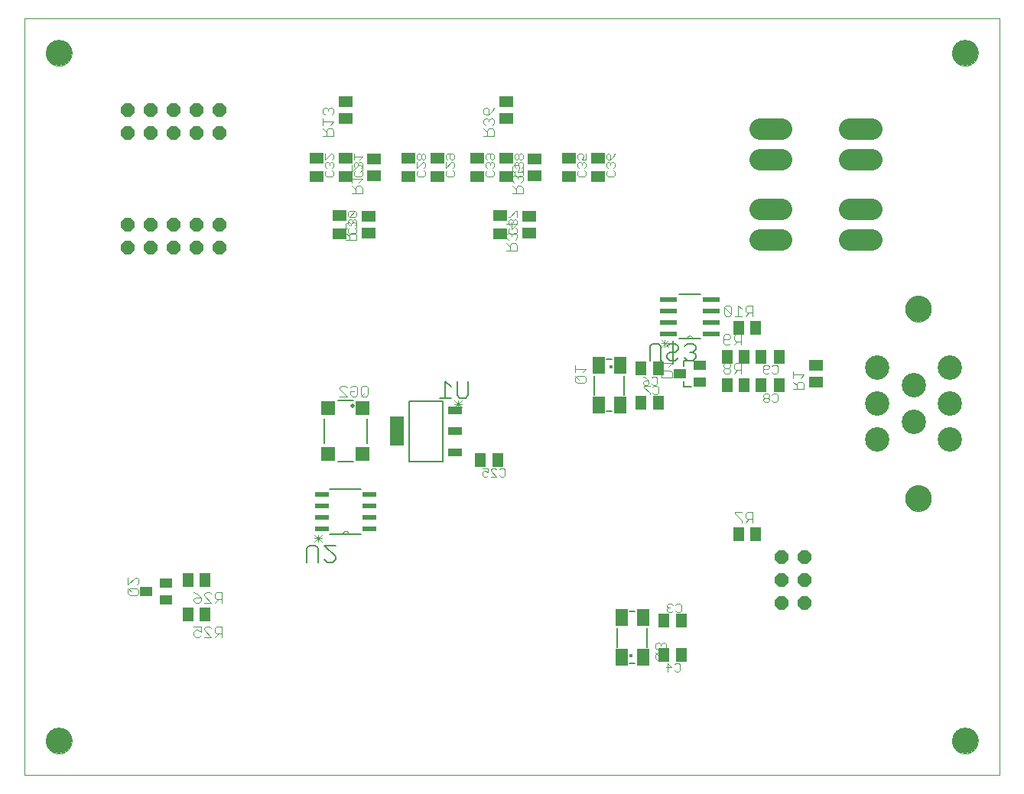
<source format=gbo>
G75*
%MOIN*%
%OFA0B0*%
%FSLAX25Y25*%
%IPPOS*%
%LPD*%
%AMOC8*
5,1,8,0,0,1.08239X$1,22.5*
%
%ADD10C,0.00000*%
%ADD11C,0.11200*%
%ADD12R,0.05118X0.06299*%
%ADD13C,0.00300*%
%ADD14C,0.00600*%
%ADD15R,0.05512X0.03937*%
%ADD16C,0.00400*%
%ADD17OC8,0.06000*%
%ADD18C,0.00800*%
%ADD19C,0.01433*%
%ADD20R,0.05512X0.07480*%
%ADD21R,0.05118X0.05906*%
%ADD22R,0.07800X0.02200*%
%ADD23C,0.11220*%
%ADD24C,0.10630*%
%ADD25C,0.02000*%
%ADD26R,0.05906X0.06299*%
%ADD27R,0.06300X0.02200*%
%ADD28R,0.06400X0.03500*%
%ADD29R,0.06400X0.12500*%
%ADD30C,0.09449*%
%ADD31R,0.06299X0.05118*%
%ADD32R,0.05906X0.05118*%
D10*
X0025762Y0001800D02*
X0025762Y0331800D01*
X0450762Y0331800D01*
X0450762Y0001800D01*
X0025762Y0001800D01*
X0035162Y0016800D02*
X0035164Y0016949D01*
X0035170Y0017098D01*
X0035180Y0017247D01*
X0035194Y0017395D01*
X0035212Y0017543D01*
X0035233Y0017691D01*
X0035259Y0017838D01*
X0035289Y0017984D01*
X0035322Y0018129D01*
X0035359Y0018273D01*
X0035400Y0018417D01*
X0035445Y0018559D01*
X0035494Y0018700D01*
X0035547Y0018839D01*
X0035603Y0018977D01*
X0035662Y0019114D01*
X0035726Y0019249D01*
X0035793Y0019382D01*
X0035863Y0019513D01*
X0035937Y0019643D01*
X0036015Y0019770D01*
X0036095Y0019896D01*
X0036180Y0020019D01*
X0036267Y0020140D01*
X0036357Y0020258D01*
X0036451Y0020374D01*
X0036548Y0020488D01*
X0036647Y0020599D01*
X0036750Y0020707D01*
X0036855Y0020812D01*
X0036963Y0020915D01*
X0037074Y0021014D01*
X0037188Y0021111D01*
X0037304Y0021205D01*
X0037422Y0021295D01*
X0037543Y0021382D01*
X0037666Y0021467D01*
X0037792Y0021547D01*
X0037919Y0021625D01*
X0038049Y0021699D01*
X0038180Y0021769D01*
X0038313Y0021836D01*
X0038448Y0021900D01*
X0038585Y0021959D01*
X0038723Y0022015D01*
X0038862Y0022068D01*
X0039003Y0022117D01*
X0039145Y0022162D01*
X0039289Y0022203D01*
X0039433Y0022240D01*
X0039578Y0022273D01*
X0039724Y0022303D01*
X0039871Y0022329D01*
X0040019Y0022350D01*
X0040167Y0022368D01*
X0040315Y0022382D01*
X0040464Y0022392D01*
X0040613Y0022398D01*
X0040762Y0022400D01*
X0040911Y0022398D01*
X0041060Y0022392D01*
X0041209Y0022382D01*
X0041357Y0022368D01*
X0041505Y0022350D01*
X0041653Y0022329D01*
X0041800Y0022303D01*
X0041946Y0022273D01*
X0042091Y0022240D01*
X0042235Y0022203D01*
X0042379Y0022162D01*
X0042521Y0022117D01*
X0042662Y0022068D01*
X0042801Y0022015D01*
X0042939Y0021959D01*
X0043076Y0021900D01*
X0043211Y0021836D01*
X0043344Y0021769D01*
X0043475Y0021699D01*
X0043605Y0021625D01*
X0043732Y0021547D01*
X0043858Y0021467D01*
X0043981Y0021382D01*
X0044102Y0021295D01*
X0044220Y0021205D01*
X0044336Y0021111D01*
X0044450Y0021014D01*
X0044561Y0020915D01*
X0044669Y0020812D01*
X0044774Y0020707D01*
X0044877Y0020599D01*
X0044976Y0020488D01*
X0045073Y0020374D01*
X0045167Y0020258D01*
X0045257Y0020140D01*
X0045344Y0020019D01*
X0045429Y0019896D01*
X0045509Y0019770D01*
X0045587Y0019643D01*
X0045661Y0019513D01*
X0045731Y0019382D01*
X0045798Y0019249D01*
X0045862Y0019114D01*
X0045921Y0018977D01*
X0045977Y0018839D01*
X0046030Y0018700D01*
X0046079Y0018559D01*
X0046124Y0018417D01*
X0046165Y0018273D01*
X0046202Y0018129D01*
X0046235Y0017984D01*
X0046265Y0017838D01*
X0046291Y0017691D01*
X0046312Y0017543D01*
X0046330Y0017395D01*
X0046344Y0017247D01*
X0046354Y0017098D01*
X0046360Y0016949D01*
X0046362Y0016800D01*
X0046360Y0016651D01*
X0046354Y0016502D01*
X0046344Y0016353D01*
X0046330Y0016205D01*
X0046312Y0016057D01*
X0046291Y0015909D01*
X0046265Y0015762D01*
X0046235Y0015616D01*
X0046202Y0015471D01*
X0046165Y0015327D01*
X0046124Y0015183D01*
X0046079Y0015041D01*
X0046030Y0014900D01*
X0045977Y0014761D01*
X0045921Y0014623D01*
X0045862Y0014486D01*
X0045798Y0014351D01*
X0045731Y0014218D01*
X0045661Y0014087D01*
X0045587Y0013957D01*
X0045509Y0013830D01*
X0045429Y0013704D01*
X0045344Y0013581D01*
X0045257Y0013460D01*
X0045167Y0013342D01*
X0045073Y0013226D01*
X0044976Y0013112D01*
X0044877Y0013001D01*
X0044774Y0012893D01*
X0044669Y0012788D01*
X0044561Y0012685D01*
X0044450Y0012586D01*
X0044336Y0012489D01*
X0044220Y0012395D01*
X0044102Y0012305D01*
X0043981Y0012218D01*
X0043858Y0012133D01*
X0043732Y0012053D01*
X0043605Y0011975D01*
X0043475Y0011901D01*
X0043344Y0011831D01*
X0043211Y0011764D01*
X0043076Y0011700D01*
X0042939Y0011641D01*
X0042801Y0011585D01*
X0042662Y0011532D01*
X0042521Y0011483D01*
X0042379Y0011438D01*
X0042235Y0011397D01*
X0042091Y0011360D01*
X0041946Y0011327D01*
X0041800Y0011297D01*
X0041653Y0011271D01*
X0041505Y0011250D01*
X0041357Y0011232D01*
X0041209Y0011218D01*
X0041060Y0011208D01*
X0040911Y0011202D01*
X0040762Y0011200D01*
X0040613Y0011202D01*
X0040464Y0011208D01*
X0040315Y0011218D01*
X0040167Y0011232D01*
X0040019Y0011250D01*
X0039871Y0011271D01*
X0039724Y0011297D01*
X0039578Y0011327D01*
X0039433Y0011360D01*
X0039289Y0011397D01*
X0039145Y0011438D01*
X0039003Y0011483D01*
X0038862Y0011532D01*
X0038723Y0011585D01*
X0038585Y0011641D01*
X0038448Y0011700D01*
X0038313Y0011764D01*
X0038180Y0011831D01*
X0038049Y0011901D01*
X0037919Y0011975D01*
X0037792Y0012053D01*
X0037666Y0012133D01*
X0037543Y0012218D01*
X0037422Y0012305D01*
X0037304Y0012395D01*
X0037188Y0012489D01*
X0037074Y0012586D01*
X0036963Y0012685D01*
X0036855Y0012788D01*
X0036750Y0012893D01*
X0036647Y0013001D01*
X0036548Y0013112D01*
X0036451Y0013226D01*
X0036357Y0013342D01*
X0036267Y0013460D01*
X0036180Y0013581D01*
X0036095Y0013704D01*
X0036015Y0013830D01*
X0035937Y0013957D01*
X0035863Y0014087D01*
X0035793Y0014218D01*
X0035726Y0014351D01*
X0035662Y0014486D01*
X0035603Y0014623D01*
X0035547Y0014761D01*
X0035494Y0014900D01*
X0035445Y0015041D01*
X0035400Y0015183D01*
X0035359Y0015327D01*
X0035322Y0015471D01*
X0035289Y0015616D01*
X0035259Y0015762D01*
X0035233Y0015909D01*
X0035212Y0016057D01*
X0035194Y0016205D01*
X0035180Y0016353D01*
X0035170Y0016502D01*
X0035164Y0016651D01*
X0035162Y0016800D01*
X0164562Y0107000D02*
X0164564Y0107069D01*
X0164570Y0107137D01*
X0164580Y0107205D01*
X0164593Y0107272D01*
X0164611Y0107338D01*
X0164632Y0107403D01*
X0164657Y0107467D01*
X0164685Y0107529D01*
X0164717Y0107590D01*
X0164752Y0107649D01*
X0164791Y0107705D01*
X0164833Y0107760D01*
X0164878Y0107811D01*
X0164926Y0107861D01*
X0164976Y0107907D01*
X0165029Y0107950D01*
X0165085Y0107991D01*
X0165142Y0108028D01*
X0165202Y0108061D01*
X0165264Y0108092D01*
X0165327Y0108118D01*
X0165391Y0108141D01*
X0165457Y0108161D01*
X0165524Y0108176D01*
X0165591Y0108188D01*
X0165659Y0108196D01*
X0165728Y0108200D01*
X0165796Y0108200D01*
X0165865Y0108196D01*
X0165933Y0108188D01*
X0166000Y0108176D01*
X0166067Y0108161D01*
X0166133Y0108141D01*
X0166197Y0108118D01*
X0166260Y0108092D01*
X0166322Y0108061D01*
X0166382Y0108028D01*
X0166439Y0107991D01*
X0166495Y0107950D01*
X0166548Y0107907D01*
X0166598Y0107861D01*
X0166646Y0107811D01*
X0166691Y0107760D01*
X0166733Y0107705D01*
X0166772Y0107649D01*
X0166807Y0107590D01*
X0166839Y0107529D01*
X0166867Y0107467D01*
X0166892Y0107403D01*
X0166913Y0107338D01*
X0166931Y0107272D01*
X0166944Y0107205D01*
X0166954Y0107137D01*
X0166960Y0107069D01*
X0166962Y0107000D01*
X0314562Y0192200D02*
X0314564Y0192269D01*
X0314570Y0192337D01*
X0314580Y0192405D01*
X0314593Y0192472D01*
X0314611Y0192538D01*
X0314632Y0192603D01*
X0314657Y0192667D01*
X0314685Y0192729D01*
X0314717Y0192790D01*
X0314752Y0192849D01*
X0314791Y0192905D01*
X0314833Y0192960D01*
X0314878Y0193011D01*
X0314926Y0193061D01*
X0314976Y0193107D01*
X0315029Y0193150D01*
X0315085Y0193191D01*
X0315142Y0193228D01*
X0315202Y0193261D01*
X0315264Y0193292D01*
X0315327Y0193318D01*
X0315391Y0193341D01*
X0315457Y0193361D01*
X0315524Y0193376D01*
X0315591Y0193388D01*
X0315659Y0193396D01*
X0315728Y0193400D01*
X0315796Y0193400D01*
X0315865Y0193396D01*
X0315933Y0193388D01*
X0316000Y0193376D01*
X0316067Y0193361D01*
X0316133Y0193341D01*
X0316197Y0193318D01*
X0316260Y0193292D01*
X0316322Y0193261D01*
X0316382Y0193228D01*
X0316439Y0193191D01*
X0316495Y0193150D01*
X0316548Y0193107D01*
X0316598Y0193061D01*
X0316646Y0193011D01*
X0316691Y0192960D01*
X0316733Y0192905D01*
X0316772Y0192849D01*
X0316807Y0192790D01*
X0316839Y0192729D01*
X0316867Y0192667D01*
X0316892Y0192603D01*
X0316913Y0192538D01*
X0316931Y0192472D01*
X0316944Y0192405D01*
X0316954Y0192337D01*
X0316960Y0192269D01*
X0316962Y0192200D01*
X0409719Y0205225D02*
X0409721Y0205374D01*
X0409727Y0205524D01*
X0409737Y0205673D01*
X0409751Y0205821D01*
X0409769Y0205970D01*
X0409790Y0206117D01*
X0409816Y0206264D01*
X0409846Y0206411D01*
X0409879Y0206556D01*
X0409917Y0206701D01*
X0409958Y0206845D01*
X0410003Y0206987D01*
X0410052Y0207128D01*
X0410104Y0207268D01*
X0410160Y0207406D01*
X0410220Y0207543D01*
X0410284Y0207678D01*
X0410351Y0207812D01*
X0410422Y0207943D01*
X0410496Y0208073D01*
X0410573Y0208201D01*
X0410654Y0208326D01*
X0410738Y0208450D01*
X0410826Y0208571D01*
X0410916Y0208689D01*
X0411010Y0208806D01*
X0411107Y0208919D01*
X0411207Y0209030D01*
X0411310Y0209139D01*
X0411415Y0209244D01*
X0411524Y0209347D01*
X0411635Y0209447D01*
X0411748Y0209544D01*
X0411865Y0209638D01*
X0411983Y0209728D01*
X0412104Y0209816D01*
X0412228Y0209900D01*
X0412353Y0209981D01*
X0412481Y0210058D01*
X0412611Y0210132D01*
X0412742Y0210203D01*
X0412876Y0210270D01*
X0413011Y0210334D01*
X0413148Y0210394D01*
X0413286Y0210450D01*
X0413426Y0210502D01*
X0413567Y0210551D01*
X0413709Y0210596D01*
X0413853Y0210637D01*
X0413998Y0210675D01*
X0414143Y0210708D01*
X0414290Y0210738D01*
X0414437Y0210764D01*
X0414584Y0210785D01*
X0414733Y0210803D01*
X0414881Y0210817D01*
X0415030Y0210827D01*
X0415180Y0210833D01*
X0415329Y0210835D01*
X0415478Y0210833D01*
X0415628Y0210827D01*
X0415777Y0210817D01*
X0415925Y0210803D01*
X0416074Y0210785D01*
X0416221Y0210764D01*
X0416368Y0210738D01*
X0416515Y0210708D01*
X0416660Y0210675D01*
X0416805Y0210637D01*
X0416949Y0210596D01*
X0417091Y0210551D01*
X0417232Y0210502D01*
X0417372Y0210450D01*
X0417510Y0210394D01*
X0417647Y0210334D01*
X0417782Y0210270D01*
X0417916Y0210203D01*
X0418047Y0210132D01*
X0418177Y0210058D01*
X0418305Y0209981D01*
X0418430Y0209900D01*
X0418554Y0209816D01*
X0418675Y0209728D01*
X0418793Y0209638D01*
X0418910Y0209544D01*
X0419023Y0209447D01*
X0419134Y0209347D01*
X0419243Y0209244D01*
X0419348Y0209139D01*
X0419451Y0209030D01*
X0419551Y0208919D01*
X0419648Y0208806D01*
X0419742Y0208689D01*
X0419832Y0208571D01*
X0419920Y0208450D01*
X0420004Y0208326D01*
X0420085Y0208201D01*
X0420162Y0208073D01*
X0420236Y0207943D01*
X0420307Y0207812D01*
X0420374Y0207678D01*
X0420438Y0207543D01*
X0420498Y0207406D01*
X0420554Y0207268D01*
X0420606Y0207128D01*
X0420655Y0206987D01*
X0420700Y0206845D01*
X0420741Y0206701D01*
X0420779Y0206556D01*
X0420812Y0206411D01*
X0420842Y0206264D01*
X0420868Y0206117D01*
X0420889Y0205970D01*
X0420907Y0205821D01*
X0420921Y0205673D01*
X0420931Y0205524D01*
X0420937Y0205374D01*
X0420939Y0205225D01*
X0420937Y0205076D01*
X0420931Y0204926D01*
X0420921Y0204777D01*
X0420907Y0204629D01*
X0420889Y0204480D01*
X0420868Y0204333D01*
X0420842Y0204186D01*
X0420812Y0204039D01*
X0420779Y0203894D01*
X0420741Y0203749D01*
X0420700Y0203605D01*
X0420655Y0203463D01*
X0420606Y0203322D01*
X0420554Y0203182D01*
X0420498Y0203044D01*
X0420438Y0202907D01*
X0420374Y0202772D01*
X0420307Y0202638D01*
X0420236Y0202507D01*
X0420162Y0202377D01*
X0420085Y0202249D01*
X0420004Y0202124D01*
X0419920Y0202000D01*
X0419832Y0201879D01*
X0419742Y0201761D01*
X0419648Y0201644D01*
X0419551Y0201531D01*
X0419451Y0201420D01*
X0419348Y0201311D01*
X0419243Y0201206D01*
X0419134Y0201103D01*
X0419023Y0201003D01*
X0418910Y0200906D01*
X0418793Y0200812D01*
X0418675Y0200722D01*
X0418554Y0200634D01*
X0418430Y0200550D01*
X0418305Y0200469D01*
X0418177Y0200392D01*
X0418047Y0200318D01*
X0417916Y0200247D01*
X0417782Y0200180D01*
X0417647Y0200116D01*
X0417510Y0200056D01*
X0417372Y0200000D01*
X0417232Y0199948D01*
X0417091Y0199899D01*
X0416949Y0199854D01*
X0416805Y0199813D01*
X0416660Y0199775D01*
X0416515Y0199742D01*
X0416368Y0199712D01*
X0416221Y0199686D01*
X0416074Y0199665D01*
X0415925Y0199647D01*
X0415777Y0199633D01*
X0415628Y0199623D01*
X0415478Y0199617D01*
X0415329Y0199615D01*
X0415180Y0199617D01*
X0415030Y0199623D01*
X0414881Y0199633D01*
X0414733Y0199647D01*
X0414584Y0199665D01*
X0414437Y0199686D01*
X0414290Y0199712D01*
X0414143Y0199742D01*
X0413998Y0199775D01*
X0413853Y0199813D01*
X0413709Y0199854D01*
X0413567Y0199899D01*
X0413426Y0199948D01*
X0413286Y0200000D01*
X0413148Y0200056D01*
X0413011Y0200116D01*
X0412876Y0200180D01*
X0412742Y0200247D01*
X0412611Y0200318D01*
X0412481Y0200392D01*
X0412353Y0200469D01*
X0412228Y0200550D01*
X0412104Y0200634D01*
X0411983Y0200722D01*
X0411865Y0200812D01*
X0411748Y0200906D01*
X0411635Y0201003D01*
X0411524Y0201103D01*
X0411415Y0201206D01*
X0411310Y0201311D01*
X0411207Y0201420D01*
X0411107Y0201531D01*
X0411010Y0201644D01*
X0410916Y0201761D01*
X0410826Y0201879D01*
X0410738Y0202000D01*
X0410654Y0202124D01*
X0410573Y0202249D01*
X0410496Y0202377D01*
X0410422Y0202507D01*
X0410351Y0202638D01*
X0410284Y0202772D01*
X0410220Y0202907D01*
X0410160Y0203044D01*
X0410104Y0203182D01*
X0410052Y0203322D01*
X0410003Y0203463D01*
X0409958Y0203605D01*
X0409917Y0203749D01*
X0409879Y0203894D01*
X0409846Y0204039D01*
X0409816Y0204186D01*
X0409790Y0204333D01*
X0409769Y0204480D01*
X0409751Y0204629D01*
X0409737Y0204777D01*
X0409727Y0204926D01*
X0409721Y0205076D01*
X0409719Y0205225D01*
X0409719Y0122548D02*
X0409721Y0122697D01*
X0409727Y0122847D01*
X0409737Y0122996D01*
X0409751Y0123144D01*
X0409769Y0123293D01*
X0409790Y0123440D01*
X0409816Y0123587D01*
X0409846Y0123734D01*
X0409879Y0123879D01*
X0409917Y0124024D01*
X0409958Y0124168D01*
X0410003Y0124310D01*
X0410052Y0124451D01*
X0410104Y0124591D01*
X0410160Y0124729D01*
X0410220Y0124866D01*
X0410284Y0125001D01*
X0410351Y0125135D01*
X0410422Y0125266D01*
X0410496Y0125396D01*
X0410573Y0125524D01*
X0410654Y0125649D01*
X0410738Y0125773D01*
X0410826Y0125894D01*
X0410916Y0126012D01*
X0411010Y0126129D01*
X0411107Y0126242D01*
X0411207Y0126353D01*
X0411310Y0126462D01*
X0411415Y0126567D01*
X0411524Y0126670D01*
X0411635Y0126770D01*
X0411748Y0126867D01*
X0411865Y0126961D01*
X0411983Y0127051D01*
X0412104Y0127139D01*
X0412228Y0127223D01*
X0412353Y0127304D01*
X0412481Y0127381D01*
X0412611Y0127455D01*
X0412742Y0127526D01*
X0412876Y0127593D01*
X0413011Y0127657D01*
X0413148Y0127717D01*
X0413286Y0127773D01*
X0413426Y0127825D01*
X0413567Y0127874D01*
X0413709Y0127919D01*
X0413853Y0127960D01*
X0413998Y0127998D01*
X0414143Y0128031D01*
X0414290Y0128061D01*
X0414437Y0128087D01*
X0414584Y0128108D01*
X0414733Y0128126D01*
X0414881Y0128140D01*
X0415030Y0128150D01*
X0415180Y0128156D01*
X0415329Y0128158D01*
X0415478Y0128156D01*
X0415628Y0128150D01*
X0415777Y0128140D01*
X0415925Y0128126D01*
X0416074Y0128108D01*
X0416221Y0128087D01*
X0416368Y0128061D01*
X0416515Y0128031D01*
X0416660Y0127998D01*
X0416805Y0127960D01*
X0416949Y0127919D01*
X0417091Y0127874D01*
X0417232Y0127825D01*
X0417372Y0127773D01*
X0417510Y0127717D01*
X0417647Y0127657D01*
X0417782Y0127593D01*
X0417916Y0127526D01*
X0418047Y0127455D01*
X0418177Y0127381D01*
X0418305Y0127304D01*
X0418430Y0127223D01*
X0418554Y0127139D01*
X0418675Y0127051D01*
X0418793Y0126961D01*
X0418910Y0126867D01*
X0419023Y0126770D01*
X0419134Y0126670D01*
X0419243Y0126567D01*
X0419348Y0126462D01*
X0419451Y0126353D01*
X0419551Y0126242D01*
X0419648Y0126129D01*
X0419742Y0126012D01*
X0419832Y0125894D01*
X0419920Y0125773D01*
X0420004Y0125649D01*
X0420085Y0125524D01*
X0420162Y0125396D01*
X0420236Y0125266D01*
X0420307Y0125135D01*
X0420374Y0125001D01*
X0420438Y0124866D01*
X0420498Y0124729D01*
X0420554Y0124591D01*
X0420606Y0124451D01*
X0420655Y0124310D01*
X0420700Y0124168D01*
X0420741Y0124024D01*
X0420779Y0123879D01*
X0420812Y0123734D01*
X0420842Y0123587D01*
X0420868Y0123440D01*
X0420889Y0123293D01*
X0420907Y0123144D01*
X0420921Y0122996D01*
X0420931Y0122847D01*
X0420937Y0122697D01*
X0420939Y0122548D01*
X0420937Y0122399D01*
X0420931Y0122249D01*
X0420921Y0122100D01*
X0420907Y0121952D01*
X0420889Y0121803D01*
X0420868Y0121656D01*
X0420842Y0121509D01*
X0420812Y0121362D01*
X0420779Y0121217D01*
X0420741Y0121072D01*
X0420700Y0120928D01*
X0420655Y0120786D01*
X0420606Y0120645D01*
X0420554Y0120505D01*
X0420498Y0120367D01*
X0420438Y0120230D01*
X0420374Y0120095D01*
X0420307Y0119961D01*
X0420236Y0119830D01*
X0420162Y0119700D01*
X0420085Y0119572D01*
X0420004Y0119447D01*
X0419920Y0119323D01*
X0419832Y0119202D01*
X0419742Y0119084D01*
X0419648Y0118967D01*
X0419551Y0118854D01*
X0419451Y0118743D01*
X0419348Y0118634D01*
X0419243Y0118529D01*
X0419134Y0118426D01*
X0419023Y0118326D01*
X0418910Y0118229D01*
X0418793Y0118135D01*
X0418675Y0118045D01*
X0418554Y0117957D01*
X0418430Y0117873D01*
X0418305Y0117792D01*
X0418177Y0117715D01*
X0418047Y0117641D01*
X0417916Y0117570D01*
X0417782Y0117503D01*
X0417647Y0117439D01*
X0417510Y0117379D01*
X0417372Y0117323D01*
X0417232Y0117271D01*
X0417091Y0117222D01*
X0416949Y0117177D01*
X0416805Y0117136D01*
X0416660Y0117098D01*
X0416515Y0117065D01*
X0416368Y0117035D01*
X0416221Y0117009D01*
X0416074Y0116988D01*
X0415925Y0116970D01*
X0415777Y0116956D01*
X0415628Y0116946D01*
X0415478Y0116940D01*
X0415329Y0116938D01*
X0415180Y0116940D01*
X0415030Y0116946D01*
X0414881Y0116956D01*
X0414733Y0116970D01*
X0414584Y0116988D01*
X0414437Y0117009D01*
X0414290Y0117035D01*
X0414143Y0117065D01*
X0413998Y0117098D01*
X0413853Y0117136D01*
X0413709Y0117177D01*
X0413567Y0117222D01*
X0413426Y0117271D01*
X0413286Y0117323D01*
X0413148Y0117379D01*
X0413011Y0117439D01*
X0412876Y0117503D01*
X0412742Y0117570D01*
X0412611Y0117641D01*
X0412481Y0117715D01*
X0412353Y0117792D01*
X0412228Y0117873D01*
X0412104Y0117957D01*
X0411983Y0118045D01*
X0411865Y0118135D01*
X0411748Y0118229D01*
X0411635Y0118326D01*
X0411524Y0118426D01*
X0411415Y0118529D01*
X0411310Y0118634D01*
X0411207Y0118743D01*
X0411107Y0118854D01*
X0411010Y0118967D01*
X0410916Y0119084D01*
X0410826Y0119202D01*
X0410738Y0119323D01*
X0410654Y0119447D01*
X0410573Y0119572D01*
X0410496Y0119700D01*
X0410422Y0119830D01*
X0410351Y0119961D01*
X0410284Y0120095D01*
X0410220Y0120230D01*
X0410160Y0120367D01*
X0410104Y0120505D01*
X0410052Y0120645D01*
X0410003Y0120786D01*
X0409958Y0120928D01*
X0409917Y0121072D01*
X0409879Y0121217D01*
X0409846Y0121362D01*
X0409816Y0121509D01*
X0409790Y0121656D01*
X0409769Y0121803D01*
X0409751Y0121952D01*
X0409737Y0122100D01*
X0409727Y0122249D01*
X0409721Y0122399D01*
X0409719Y0122548D01*
X0430162Y0016800D02*
X0430164Y0016949D01*
X0430170Y0017098D01*
X0430180Y0017247D01*
X0430194Y0017395D01*
X0430212Y0017543D01*
X0430233Y0017691D01*
X0430259Y0017838D01*
X0430289Y0017984D01*
X0430322Y0018129D01*
X0430359Y0018273D01*
X0430400Y0018417D01*
X0430445Y0018559D01*
X0430494Y0018700D01*
X0430547Y0018839D01*
X0430603Y0018977D01*
X0430662Y0019114D01*
X0430726Y0019249D01*
X0430793Y0019382D01*
X0430863Y0019513D01*
X0430937Y0019643D01*
X0431015Y0019770D01*
X0431095Y0019896D01*
X0431180Y0020019D01*
X0431267Y0020140D01*
X0431357Y0020258D01*
X0431451Y0020374D01*
X0431548Y0020488D01*
X0431647Y0020599D01*
X0431750Y0020707D01*
X0431855Y0020812D01*
X0431963Y0020915D01*
X0432074Y0021014D01*
X0432188Y0021111D01*
X0432304Y0021205D01*
X0432422Y0021295D01*
X0432543Y0021382D01*
X0432666Y0021467D01*
X0432792Y0021547D01*
X0432919Y0021625D01*
X0433049Y0021699D01*
X0433180Y0021769D01*
X0433313Y0021836D01*
X0433448Y0021900D01*
X0433585Y0021959D01*
X0433723Y0022015D01*
X0433862Y0022068D01*
X0434003Y0022117D01*
X0434145Y0022162D01*
X0434289Y0022203D01*
X0434433Y0022240D01*
X0434578Y0022273D01*
X0434724Y0022303D01*
X0434871Y0022329D01*
X0435019Y0022350D01*
X0435167Y0022368D01*
X0435315Y0022382D01*
X0435464Y0022392D01*
X0435613Y0022398D01*
X0435762Y0022400D01*
X0435911Y0022398D01*
X0436060Y0022392D01*
X0436209Y0022382D01*
X0436357Y0022368D01*
X0436505Y0022350D01*
X0436653Y0022329D01*
X0436800Y0022303D01*
X0436946Y0022273D01*
X0437091Y0022240D01*
X0437235Y0022203D01*
X0437379Y0022162D01*
X0437521Y0022117D01*
X0437662Y0022068D01*
X0437801Y0022015D01*
X0437939Y0021959D01*
X0438076Y0021900D01*
X0438211Y0021836D01*
X0438344Y0021769D01*
X0438475Y0021699D01*
X0438605Y0021625D01*
X0438732Y0021547D01*
X0438858Y0021467D01*
X0438981Y0021382D01*
X0439102Y0021295D01*
X0439220Y0021205D01*
X0439336Y0021111D01*
X0439450Y0021014D01*
X0439561Y0020915D01*
X0439669Y0020812D01*
X0439774Y0020707D01*
X0439877Y0020599D01*
X0439976Y0020488D01*
X0440073Y0020374D01*
X0440167Y0020258D01*
X0440257Y0020140D01*
X0440344Y0020019D01*
X0440429Y0019896D01*
X0440509Y0019770D01*
X0440587Y0019643D01*
X0440661Y0019513D01*
X0440731Y0019382D01*
X0440798Y0019249D01*
X0440862Y0019114D01*
X0440921Y0018977D01*
X0440977Y0018839D01*
X0441030Y0018700D01*
X0441079Y0018559D01*
X0441124Y0018417D01*
X0441165Y0018273D01*
X0441202Y0018129D01*
X0441235Y0017984D01*
X0441265Y0017838D01*
X0441291Y0017691D01*
X0441312Y0017543D01*
X0441330Y0017395D01*
X0441344Y0017247D01*
X0441354Y0017098D01*
X0441360Y0016949D01*
X0441362Y0016800D01*
X0441360Y0016651D01*
X0441354Y0016502D01*
X0441344Y0016353D01*
X0441330Y0016205D01*
X0441312Y0016057D01*
X0441291Y0015909D01*
X0441265Y0015762D01*
X0441235Y0015616D01*
X0441202Y0015471D01*
X0441165Y0015327D01*
X0441124Y0015183D01*
X0441079Y0015041D01*
X0441030Y0014900D01*
X0440977Y0014761D01*
X0440921Y0014623D01*
X0440862Y0014486D01*
X0440798Y0014351D01*
X0440731Y0014218D01*
X0440661Y0014087D01*
X0440587Y0013957D01*
X0440509Y0013830D01*
X0440429Y0013704D01*
X0440344Y0013581D01*
X0440257Y0013460D01*
X0440167Y0013342D01*
X0440073Y0013226D01*
X0439976Y0013112D01*
X0439877Y0013001D01*
X0439774Y0012893D01*
X0439669Y0012788D01*
X0439561Y0012685D01*
X0439450Y0012586D01*
X0439336Y0012489D01*
X0439220Y0012395D01*
X0439102Y0012305D01*
X0438981Y0012218D01*
X0438858Y0012133D01*
X0438732Y0012053D01*
X0438605Y0011975D01*
X0438475Y0011901D01*
X0438344Y0011831D01*
X0438211Y0011764D01*
X0438076Y0011700D01*
X0437939Y0011641D01*
X0437801Y0011585D01*
X0437662Y0011532D01*
X0437521Y0011483D01*
X0437379Y0011438D01*
X0437235Y0011397D01*
X0437091Y0011360D01*
X0436946Y0011327D01*
X0436800Y0011297D01*
X0436653Y0011271D01*
X0436505Y0011250D01*
X0436357Y0011232D01*
X0436209Y0011218D01*
X0436060Y0011208D01*
X0435911Y0011202D01*
X0435762Y0011200D01*
X0435613Y0011202D01*
X0435464Y0011208D01*
X0435315Y0011218D01*
X0435167Y0011232D01*
X0435019Y0011250D01*
X0434871Y0011271D01*
X0434724Y0011297D01*
X0434578Y0011327D01*
X0434433Y0011360D01*
X0434289Y0011397D01*
X0434145Y0011438D01*
X0434003Y0011483D01*
X0433862Y0011532D01*
X0433723Y0011585D01*
X0433585Y0011641D01*
X0433448Y0011700D01*
X0433313Y0011764D01*
X0433180Y0011831D01*
X0433049Y0011901D01*
X0432919Y0011975D01*
X0432792Y0012053D01*
X0432666Y0012133D01*
X0432543Y0012218D01*
X0432422Y0012305D01*
X0432304Y0012395D01*
X0432188Y0012489D01*
X0432074Y0012586D01*
X0431963Y0012685D01*
X0431855Y0012788D01*
X0431750Y0012893D01*
X0431647Y0013001D01*
X0431548Y0013112D01*
X0431451Y0013226D01*
X0431357Y0013342D01*
X0431267Y0013460D01*
X0431180Y0013581D01*
X0431095Y0013704D01*
X0431015Y0013830D01*
X0430937Y0013957D01*
X0430863Y0014087D01*
X0430793Y0014218D01*
X0430726Y0014351D01*
X0430662Y0014486D01*
X0430603Y0014623D01*
X0430547Y0014761D01*
X0430494Y0014900D01*
X0430445Y0015041D01*
X0430400Y0015183D01*
X0430359Y0015327D01*
X0430322Y0015471D01*
X0430289Y0015616D01*
X0430259Y0015762D01*
X0430233Y0015909D01*
X0430212Y0016057D01*
X0430194Y0016205D01*
X0430180Y0016353D01*
X0430170Y0016502D01*
X0430164Y0016651D01*
X0430162Y0016800D01*
X0430162Y0316800D02*
X0430164Y0316949D01*
X0430170Y0317098D01*
X0430180Y0317247D01*
X0430194Y0317395D01*
X0430212Y0317543D01*
X0430233Y0317691D01*
X0430259Y0317838D01*
X0430289Y0317984D01*
X0430322Y0318129D01*
X0430359Y0318273D01*
X0430400Y0318417D01*
X0430445Y0318559D01*
X0430494Y0318700D01*
X0430547Y0318839D01*
X0430603Y0318977D01*
X0430662Y0319114D01*
X0430726Y0319249D01*
X0430793Y0319382D01*
X0430863Y0319513D01*
X0430937Y0319643D01*
X0431015Y0319770D01*
X0431095Y0319896D01*
X0431180Y0320019D01*
X0431267Y0320140D01*
X0431357Y0320258D01*
X0431451Y0320374D01*
X0431548Y0320488D01*
X0431647Y0320599D01*
X0431750Y0320707D01*
X0431855Y0320812D01*
X0431963Y0320915D01*
X0432074Y0321014D01*
X0432188Y0321111D01*
X0432304Y0321205D01*
X0432422Y0321295D01*
X0432543Y0321382D01*
X0432666Y0321467D01*
X0432792Y0321547D01*
X0432919Y0321625D01*
X0433049Y0321699D01*
X0433180Y0321769D01*
X0433313Y0321836D01*
X0433448Y0321900D01*
X0433585Y0321959D01*
X0433723Y0322015D01*
X0433862Y0322068D01*
X0434003Y0322117D01*
X0434145Y0322162D01*
X0434289Y0322203D01*
X0434433Y0322240D01*
X0434578Y0322273D01*
X0434724Y0322303D01*
X0434871Y0322329D01*
X0435019Y0322350D01*
X0435167Y0322368D01*
X0435315Y0322382D01*
X0435464Y0322392D01*
X0435613Y0322398D01*
X0435762Y0322400D01*
X0435911Y0322398D01*
X0436060Y0322392D01*
X0436209Y0322382D01*
X0436357Y0322368D01*
X0436505Y0322350D01*
X0436653Y0322329D01*
X0436800Y0322303D01*
X0436946Y0322273D01*
X0437091Y0322240D01*
X0437235Y0322203D01*
X0437379Y0322162D01*
X0437521Y0322117D01*
X0437662Y0322068D01*
X0437801Y0322015D01*
X0437939Y0321959D01*
X0438076Y0321900D01*
X0438211Y0321836D01*
X0438344Y0321769D01*
X0438475Y0321699D01*
X0438605Y0321625D01*
X0438732Y0321547D01*
X0438858Y0321467D01*
X0438981Y0321382D01*
X0439102Y0321295D01*
X0439220Y0321205D01*
X0439336Y0321111D01*
X0439450Y0321014D01*
X0439561Y0320915D01*
X0439669Y0320812D01*
X0439774Y0320707D01*
X0439877Y0320599D01*
X0439976Y0320488D01*
X0440073Y0320374D01*
X0440167Y0320258D01*
X0440257Y0320140D01*
X0440344Y0320019D01*
X0440429Y0319896D01*
X0440509Y0319770D01*
X0440587Y0319643D01*
X0440661Y0319513D01*
X0440731Y0319382D01*
X0440798Y0319249D01*
X0440862Y0319114D01*
X0440921Y0318977D01*
X0440977Y0318839D01*
X0441030Y0318700D01*
X0441079Y0318559D01*
X0441124Y0318417D01*
X0441165Y0318273D01*
X0441202Y0318129D01*
X0441235Y0317984D01*
X0441265Y0317838D01*
X0441291Y0317691D01*
X0441312Y0317543D01*
X0441330Y0317395D01*
X0441344Y0317247D01*
X0441354Y0317098D01*
X0441360Y0316949D01*
X0441362Y0316800D01*
X0441360Y0316651D01*
X0441354Y0316502D01*
X0441344Y0316353D01*
X0441330Y0316205D01*
X0441312Y0316057D01*
X0441291Y0315909D01*
X0441265Y0315762D01*
X0441235Y0315616D01*
X0441202Y0315471D01*
X0441165Y0315327D01*
X0441124Y0315183D01*
X0441079Y0315041D01*
X0441030Y0314900D01*
X0440977Y0314761D01*
X0440921Y0314623D01*
X0440862Y0314486D01*
X0440798Y0314351D01*
X0440731Y0314218D01*
X0440661Y0314087D01*
X0440587Y0313957D01*
X0440509Y0313830D01*
X0440429Y0313704D01*
X0440344Y0313581D01*
X0440257Y0313460D01*
X0440167Y0313342D01*
X0440073Y0313226D01*
X0439976Y0313112D01*
X0439877Y0313001D01*
X0439774Y0312893D01*
X0439669Y0312788D01*
X0439561Y0312685D01*
X0439450Y0312586D01*
X0439336Y0312489D01*
X0439220Y0312395D01*
X0439102Y0312305D01*
X0438981Y0312218D01*
X0438858Y0312133D01*
X0438732Y0312053D01*
X0438605Y0311975D01*
X0438475Y0311901D01*
X0438344Y0311831D01*
X0438211Y0311764D01*
X0438076Y0311700D01*
X0437939Y0311641D01*
X0437801Y0311585D01*
X0437662Y0311532D01*
X0437521Y0311483D01*
X0437379Y0311438D01*
X0437235Y0311397D01*
X0437091Y0311360D01*
X0436946Y0311327D01*
X0436800Y0311297D01*
X0436653Y0311271D01*
X0436505Y0311250D01*
X0436357Y0311232D01*
X0436209Y0311218D01*
X0436060Y0311208D01*
X0435911Y0311202D01*
X0435762Y0311200D01*
X0435613Y0311202D01*
X0435464Y0311208D01*
X0435315Y0311218D01*
X0435167Y0311232D01*
X0435019Y0311250D01*
X0434871Y0311271D01*
X0434724Y0311297D01*
X0434578Y0311327D01*
X0434433Y0311360D01*
X0434289Y0311397D01*
X0434145Y0311438D01*
X0434003Y0311483D01*
X0433862Y0311532D01*
X0433723Y0311585D01*
X0433585Y0311641D01*
X0433448Y0311700D01*
X0433313Y0311764D01*
X0433180Y0311831D01*
X0433049Y0311901D01*
X0432919Y0311975D01*
X0432792Y0312053D01*
X0432666Y0312133D01*
X0432543Y0312218D01*
X0432422Y0312305D01*
X0432304Y0312395D01*
X0432188Y0312489D01*
X0432074Y0312586D01*
X0431963Y0312685D01*
X0431855Y0312788D01*
X0431750Y0312893D01*
X0431647Y0313001D01*
X0431548Y0313112D01*
X0431451Y0313226D01*
X0431357Y0313342D01*
X0431267Y0313460D01*
X0431180Y0313581D01*
X0431095Y0313704D01*
X0431015Y0313830D01*
X0430937Y0313957D01*
X0430863Y0314087D01*
X0430793Y0314218D01*
X0430726Y0314351D01*
X0430662Y0314486D01*
X0430603Y0314623D01*
X0430547Y0314761D01*
X0430494Y0314900D01*
X0430445Y0315041D01*
X0430400Y0315183D01*
X0430359Y0315327D01*
X0430322Y0315471D01*
X0430289Y0315616D01*
X0430259Y0315762D01*
X0430233Y0315909D01*
X0430212Y0316057D01*
X0430194Y0316205D01*
X0430180Y0316353D01*
X0430170Y0316502D01*
X0430164Y0316651D01*
X0430162Y0316800D01*
X0035162Y0316800D02*
X0035164Y0316949D01*
X0035170Y0317098D01*
X0035180Y0317247D01*
X0035194Y0317395D01*
X0035212Y0317543D01*
X0035233Y0317691D01*
X0035259Y0317838D01*
X0035289Y0317984D01*
X0035322Y0318129D01*
X0035359Y0318273D01*
X0035400Y0318417D01*
X0035445Y0318559D01*
X0035494Y0318700D01*
X0035547Y0318839D01*
X0035603Y0318977D01*
X0035662Y0319114D01*
X0035726Y0319249D01*
X0035793Y0319382D01*
X0035863Y0319513D01*
X0035937Y0319643D01*
X0036015Y0319770D01*
X0036095Y0319896D01*
X0036180Y0320019D01*
X0036267Y0320140D01*
X0036357Y0320258D01*
X0036451Y0320374D01*
X0036548Y0320488D01*
X0036647Y0320599D01*
X0036750Y0320707D01*
X0036855Y0320812D01*
X0036963Y0320915D01*
X0037074Y0321014D01*
X0037188Y0321111D01*
X0037304Y0321205D01*
X0037422Y0321295D01*
X0037543Y0321382D01*
X0037666Y0321467D01*
X0037792Y0321547D01*
X0037919Y0321625D01*
X0038049Y0321699D01*
X0038180Y0321769D01*
X0038313Y0321836D01*
X0038448Y0321900D01*
X0038585Y0321959D01*
X0038723Y0322015D01*
X0038862Y0322068D01*
X0039003Y0322117D01*
X0039145Y0322162D01*
X0039289Y0322203D01*
X0039433Y0322240D01*
X0039578Y0322273D01*
X0039724Y0322303D01*
X0039871Y0322329D01*
X0040019Y0322350D01*
X0040167Y0322368D01*
X0040315Y0322382D01*
X0040464Y0322392D01*
X0040613Y0322398D01*
X0040762Y0322400D01*
X0040911Y0322398D01*
X0041060Y0322392D01*
X0041209Y0322382D01*
X0041357Y0322368D01*
X0041505Y0322350D01*
X0041653Y0322329D01*
X0041800Y0322303D01*
X0041946Y0322273D01*
X0042091Y0322240D01*
X0042235Y0322203D01*
X0042379Y0322162D01*
X0042521Y0322117D01*
X0042662Y0322068D01*
X0042801Y0322015D01*
X0042939Y0321959D01*
X0043076Y0321900D01*
X0043211Y0321836D01*
X0043344Y0321769D01*
X0043475Y0321699D01*
X0043605Y0321625D01*
X0043732Y0321547D01*
X0043858Y0321467D01*
X0043981Y0321382D01*
X0044102Y0321295D01*
X0044220Y0321205D01*
X0044336Y0321111D01*
X0044450Y0321014D01*
X0044561Y0320915D01*
X0044669Y0320812D01*
X0044774Y0320707D01*
X0044877Y0320599D01*
X0044976Y0320488D01*
X0045073Y0320374D01*
X0045167Y0320258D01*
X0045257Y0320140D01*
X0045344Y0320019D01*
X0045429Y0319896D01*
X0045509Y0319770D01*
X0045587Y0319643D01*
X0045661Y0319513D01*
X0045731Y0319382D01*
X0045798Y0319249D01*
X0045862Y0319114D01*
X0045921Y0318977D01*
X0045977Y0318839D01*
X0046030Y0318700D01*
X0046079Y0318559D01*
X0046124Y0318417D01*
X0046165Y0318273D01*
X0046202Y0318129D01*
X0046235Y0317984D01*
X0046265Y0317838D01*
X0046291Y0317691D01*
X0046312Y0317543D01*
X0046330Y0317395D01*
X0046344Y0317247D01*
X0046354Y0317098D01*
X0046360Y0316949D01*
X0046362Y0316800D01*
X0046360Y0316651D01*
X0046354Y0316502D01*
X0046344Y0316353D01*
X0046330Y0316205D01*
X0046312Y0316057D01*
X0046291Y0315909D01*
X0046265Y0315762D01*
X0046235Y0315616D01*
X0046202Y0315471D01*
X0046165Y0315327D01*
X0046124Y0315183D01*
X0046079Y0315041D01*
X0046030Y0314900D01*
X0045977Y0314761D01*
X0045921Y0314623D01*
X0045862Y0314486D01*
X0045798Y0314351D01*
X0045731Y0314218D01*
X0045661Y0314087D01*
X0045587Y0313957D01*
X0045509Y0313830D01*
X0045429Y0313704D01*
X0045344Y0313581D01*
X0045257Y0313460D01*
X0045167Y0313342D01*
X0045073Y0313226D01*
X0044976Y0313112D01*
X0044877Y0313001D01*
X0044774Y0312893D01*
X0044669Y0312788D01*
X0044561Y0312685D01*
X0044450Y0312586D01*
X0044336Y0312489D01*
X0044220Y0312395D01*
X0044102Y0312305D01*
X0043981Y0312218D01*
X0043858Y0312133D01*
X0043732Y0312053D01*
X0043605Y0311975D01*
X0043475Y0311901D01*
X0043344Y0311831D01*
X0043211Y0311764D01*
X0043076Y0311700D01*
X0042939Y0311641D01*
X0042801Y0311585D01*
X0042662Y0311532D01*
X0042521Y0311483D01*
X0042379Y0311438D01*
X0042235Y0311397D01*
X0042091Y0311360D01*
X0041946Y0311327D01*
X0041800Y0311297D01*
X0041653Y0311271D01*
X0041505Y0311250D01*
X0041357Y0311232D01*
X0041209Y0311218D01*
X0041060Y0311208D01*
X0040911Y0311202D01*
X0040762Y0311200D01*
X0040613Y0311202D01*
X0040464Y0311208D01*
X0040315Y0311218D01*
X0040167Y0311232D01*
X0040019Y0311250D01*
X0039871Y0311271D01*
X0039724Y0311297D01*
X0039578Y0311327D01*
X0039433Y0311360D01*
X0039289Y0311397D01*
X0039145Y0311438D01*
X0039003Y0311483D01*
X0038862Y0311532D01*
X0038723Y0311585D01*
X0038585Y0311641D01*
X0038448Y0311700D01*
X0038313Y0311764D01*
X0038180Y0311831D01*
X0038049Y0311901D01*
X0037919Y0311975D01*
X0037792Y0312053D01*
X0037666Y0312133D01*
X0037543Y0312218D01*
X0037422Y0312305D01*
X0037304Y0312395D01*
X0037188Y0312489D01*
X0037074Y0312586D01*
X0036963Y0312685D01*
X0036855Y0312788D01*
X0036750Y0312893D01*
X0036647Y0313001D01*
X0036548Y0313112D01*
X0036451Y0313226D01*
X0036357Y0313342D01*
X0036267Y0313460D01*
X0036180Y0313581D01*
X0036095Y0313704D01*
X0036015Y0313830D01*
X0035937Y0313957D01*
X0035863Y0314087D01*
X0035793Y0314218D01*
X0035726Y0314351D01*
X0035662Y0314486D01*
X0035603Y0314623D01*
X0035547Y0314761D01*
X0035494Y0314900D01*
X0035445Y0315041D01*
X0035400Y0315183D01*
X0035359Y0315327D01*
X0035322Y0315471D01*
X0035289Y0315616D01*
X0035259Y0315762D01*
X0035233Y0315909D01*
X0035212Y0316057D01*
X0035194Y0316205D01*
X0035180Y0316353D01*
X0035170Y0316502D01*
X0035164Y0316651D01*
X0035162Y0316800D01*
D11*
X0040762Y0316800D03*
X0435762Y0316800D03*
X0435762Y0016800D03*
X0040762Y0016800D03*
D12*
X0224325Y0139300D03*
X0232199Y0139300D03*
X0294325Y0164300D03*
X0302199Y0164300D03*
X0302199Y0179300D03*
X0294325Y0179300D03*
X0346825Y0184300D03*
X0354699Y0184300D03*
X0354699Y0171800D03*
X0346825Y0171800D03*
X0312199Y0069300D03*
X0304325Y0069300D03*
X0304325Y0054300D03*
X0312199Y0054300D03*
D13*
X0310924Y0050708D02*
X0311541Y0050091D01*
X0311541Y0047622D01*
X0310924Y0047005D01*
X0309690Y0047005D01*
X0309072Y0047622D01*
X0307858Y0048857D02*
X0306006Y0050708D01*
X0306006Y0047005D01*
X0305389Y0048857D02*
X0307858Y0048857D01*
X0309072Y0050091D02*
X0309690Y0050708D01*
X0310924Y0050708D01*
X0311432Y0072895D02*
X0310197Y0072895D01*
X0309580Y0073512D01*
X0308366Y0073512D02*
X0307748Y0072895D01*
X0306514Y0072895D01*
X0305897Y0073512D01*
X0305897Y0074129D01*
X0306514Y0074746D01*
X0307131Y0074746D01*
X0306514Y0074746D02*
X0305897Y0075364D01*
X0305897Y0075981D01*
X0306514Y0076598D01*
X0307748Y0076598D01*
X0308366Y0075981D01*
X0309580Y0075981D02*
X0310197Y0076598D01*
X0311432Y0076598D01*
X0312049Y0075981D01*
X0312049Y0073512D01*
X0311432Y0072895D01*
X0235224Y0132622D02*
X0234607Y0132005D01*
X0233373Y0132005D01*
X0232755Y0132622D01*
X0231541Y0132005D02*
X0229072Y0134474D01*
X0229072Y0135091D01*
X0229690Y0135708D01*
X0230924Y0135708D01*
X0231541Y0135091D01*
X0232755Y0135091D02*
X0233373Y0135708D01*
X0234607Y0135708D01*
X0235224Y0135091D01*
X0235224Y0132622D01*
X0231541Y0132005D02*
X0229072Y0132005D01*
X0227858Y0132622D02*
X0227241Y0132005D01*
X0226006Y0132005D01*
X0225389Y0132622D01*
X0225389Y0133857D01*
X0226006Y0134474D01*
X0226624Y0134474D01*
X0227858Y0133857D01*
X0227858Y0135708D01*
X0225389Y0135708D01*
X0216412Y0162134D02*
X0213276Y0165270D01*
X0214844Y0165270D02*
X0214844Y0162134D01*
X0213276Y0162134D02*
X0216412Y0165270D01*
X0216412Y0163702D02*
X0213276Y0163702D01*
X0155348Y0106666D02*
X0152212Y0103530D01*
X0153780Y0103530D02*
X0153780Y0106666D01*
X0152212Y0106666D02*
X0155348Y0103530D01*
X0155348Y0105098D02*
X0152212Y0105098D01*
X0295897Y0170981D02*
X0298366Y0168512D01*
X0298366Y0167895D01*
X0299580Y0168512D02*
X0300197Y0167895D01*
X0301432Y0167895D01*
X0302049Y0168512D01*
X0302049Y0170981D01*
X0301432Y0171598D01*
X0300197Y0171598D01*
X0299580Y0170981D01*
X0299690Y0172005D02*
X0299072Y0172622D01*
X0299690Y0172005D02*
X0300924Y0172005D01*
X0301541Y0172622D01*
X0301541Y0175091D01*
X0300924Y0175708D01*
X0299690Y0175708D01*
X0299072Y0175091D01*
X0297858Y0173857D02*
X0296006Y0173857D01*
X0295389Y0173240D01*
X0295389Y0172622D01*
X0296006Y0172005D01*
X0297241Y0172005D01*
X0297858Y0172622D01*
X0297858Y0173857D01*
X0296624Y0175091D01*
X0295389Y0175708D01*
X0295897Y0171598D02*
X0295897Y0170981D01*
X0295897Y0171598D02*
X0298366Y0171598D01*
X0303312Y0188530D02*
X0306448Y0191666D01*
X0306448Y0190098D02*
X0303312Y0190098D01*
X0303312Y0191666D02*
X0306448Y0188530D01*
X0304880Y0188530D02*
X0304880Y0191666D01*
X0347889Y0180091D02*
X0347889Y0177622D01*
X0348506Y0177005D01*
X0349741Y0177005D01*
X0350358Y0177622D01*
X0351572Y0177622D02*
X0352190Y0177005D01*
X0353424Y0177005D01*
X0354041Y0177622D01*
X0354041Y0180091D01*
X0353424Y0180708D01*
X0352190Y0180708D01*
X0351572Y0180091D01*
X0350358Y0180091D02*
X0350358Y0179474D01*
X0349741Y0178857D01*
X0347889Y0178857D01*
X0347889Y0180091D02*
X0348506Y0180708D01*
X0349741Y0180708D01*
X0350358Y0180091D01*
X0349741Y0168208D02*
X0348506Y0168208D01*
X0347889Y0167591D01*
X0347889Y0166974D01*
X0348506Y0166357D01*
X0349741Y0166357D01*
X0350358Y0166974D01*
X0350358Y0167591D01*
X0349741Y0168208D01*
X0349741Y0166357D02*
X0350358Y0165740D01*
X0350358Y0165122D01*
X0349741Y0164505D01*
X0348506Y0164505D01*
X0347889Y0165122D01*
X0347889Y0165740D01*
X0348506Y0166357D01*
X0351572Y0167591D02*
X0352190Y0168208D01*
X0353424Y0168208D01*
X0354041Y0167591D01*
X0354041Y0165122D01*
X0353424Y0164505D01*
X0352190Y0164505D01*
X0351572Y0165122D01*
X0240560Y0238630D02*
X0239943Y0238013D01*
X0237474Y0238013D01*
X0236857Y0238630D01*
X0236857Y0239865D01*
X0237474Y0240482D01*
X0237474Y0241696D02*
X0236857Y0242313D01*
X0236857Y0243548D01*
X0237474Y0244165D01*
X0238091Y0244165D01*
X0238708Y0243548D01*
X0238708Y0242931D01*
X0238708Y0243548D02*
X0239325Y0244165D01*
X0239943Y0244165D01*
X0240560Y0243548D01*
X0240560Y0242313D01*
X0239943Y0241696D01*
X0239943Y0240482D02*
X0240560Y0239865D01*
X0240560Y0238630D01*
X0240560Y0245379D02*
X0240560Y0247848D01*
X0239943Y0247848D01*
X0237474Y0245379D01*
X0236857Y0245379D01*
X0239974Y0263013D02*
X0239357Y0263630D01*
X0239357Y0264865D01*
X0239974Y0265482D01*
X0239974Y0266696D02*
X0239357Y0267313D01*
X0239357Y0268548D01*
X0239974Y0269165D01*
X0240591Y0269165D01*
X0241208Y0268548D01*
X0241208Y0267931D01*
X0241208Y0268548D02*
X0241825Y0269165D01*
X0242443Y0269165D01*
X0243060Y0268548D01*
X0243060Y0267313D01*
X0242443Y0266696D01*
X0242443Y0265482D02*
X0243060Y0264865D01*
X0243060Y0263630D01*
X0242443Y0263013D01*
X0239974Y0263013D01*
X0239974Y0270379D02*
X0240591Y0270379D01*
X0241208Y0270996D01*
X0241208Y0272231D01*
X0240591Y0272848D01*
X0239974Y0272848D01*
X0239357Y0272231D01*
X0239357Y0270996D01*
X0239974Y0270379D01*
X0241208Y0270996D02*
X0241825Y0270379D01*
X0242443Y0270379D01*
X0243060Y0270996D01*
X0243060Y0272231D01*
X0242443Y0272848D01*
X0241825Y0272848D01*
X0241208Y0272231D01*
X0230560Y0272231D02*
X0230560Y0270996D01*
X0229943Y0270379D01*
X0229325Y0270379D01*
X0228708Y0270996D01*
X0228708Y0272848D01*
X0227474Y0272848D02*
X0229943Y0272848D01*
X0230560Y0272231D01*
X0229943Y0269165D02*
X0229325Y0269165D01*
X0228708Y0268548D01*
X0228091Y0269165D01*
X0227474Y0269165D01*
X0226857Y0268548D01*
X0226857Y0267313D01*
X0227474Y0266696D01*
X0227474Y0265482D02*
X0226857Y0264865D01*
X0226857Y0263630D01*
X0227474Y0263013D01*
X0229943Y0263013D01*
X0230560Y0263630D01*
X0230560Y0264865D01*
X0229943Y0265482D01*
X0229943Y0266696D02*
X0230560Y0267313D01*
X0230560Y0268548D01*
X0229943Y0269165D01*
X0228708Y0268548D02*
X0228708Y0267931D01*
X0227474Y0270379D02*
X0226857Y0270996D01*
X0226857Y0272231D01*
X0227474Y0272848D01*
X0213060Y0272231D02*
X0213060Y0270996D01*
X0212443Y0270379D01*
X0211825Y0270379D01*
X0211208Y0270996D01*
X0211208Y0272848D01*
X0209974Y0272848D02*
X0212443Y0272848D01*
X0213060Y0272231D01*
X0212443Y0269165D02*
X0213060Y0268548D01*
X0213060Y0267313D01*
X0212443Y0266696D01*
X0212443Y0265482D02*
X0213060Y0264865D01*
X0213060Y0263630D01*
X0212443Y0263013D01*
X0209974Y0263013D01*
X0209357Y0263630D01*
X0209357Y0264865D01*
X0209974Y0265482D01*
X0209357Y0266696D02*
X0211825Y0269165D01*
X0212443Y0269165D01*
X0209974Y0270379D02*
X0209357Y0270996D01*
X0209357Y0272231D01*
X0209974Y0272848D01*
X0209357Y0269165D02*
X0209357Y0266696D01*
X0200560Y0267313D02*
X0199943Y0266696D01*
X0200560Y0267313D02*
X0200560Y0268548D01*
X0199943Y0269165D01*
X0199325Y0269165D01*
X0196857Y0266696D01*
X0196857Y0269165D01*
X0197474Y0270379D02*
X0198091Y0270379D01*
X0198708Y0270996D01*
X0198708Y0272231D01*
X0198091Y0272848D01*
X0197474Y0272848D01*
X0196857Y0272231D01*
X0196857Y0270996D01*
X0197474Y0270379D01*
X0198708Y0270996D02*
X0199325Y0270379D01*
X0199943Y0270379D01*
X0200560Y0270996D01*
X0200560Y0272231D01*
X0199943Y0272848D01*
X0199325Y0272848D01*
X0198708Y0272231D01*
X0197474Y0265482D02*
X0196857Y0264865D01*
X0196857Y0263630D01*
X0197474Y0263013D01*
X0199943Y0263013D01*
X0200560Y0263630D01*
X0200560Y0264865D01*
X0199943Y0265482D01*
X0173060Y0264865D02*
X0173060Y0263630D01*
X0172443Y0263013D01*
X0169974Y0263013D01*
X0169357Y0263630D01*
X0169357Y0264865D01*
X0169974Y0265482D01*
X0169974Y0266696D02*
X0169357Y0267313D01*
X0169357Y0268548D01*
X0169974Y0269165D01*
X0170591Y0269165D01*
X0171208Y0268548D01*
X0171208Y0267931D01*
X0171208Y0268548D02*
X0171825Y0269165D01*
X0172443Y0269165D01*
X0173060Y0268548D01*
X0173060Y0267313D01*
X0172443Y0266696D01*
X0172443Y0265482D02*
X0173060Y0264865D01*
X0171825Y0270379D02*
X0173060Y0271614D01*
X0169357Y0271614D01*
X0169357Y0272848D02*
X0169357Y0270379D01*
X0160560Y0270996D02*
X0159943Y0270379D01*
X0160560Y0270996D02*
X0160560Y0272231D01*
X0159943Y0272848D01*
X0159325Y0272848D01*
X0156857Y0270379D01*
X0156857Y0272848D01*
X0157474Y0269165D02*
X0156857Y0268548D01*
X0156857Y0267313D01*
X0157474Y0266696D01*
X0157474Y0265482D02*
X0156857Y0264865D01*
X0156857Y0263630D01*
X0157474Y0263013D01*
X0159943Y0263013D01*
X0160560Y0263630D01*
X0160560Y0264865D01*
X0159943Y0265482D01*
X0159943Y0266696D02*
X0160560Y0267313D01*
X0160560Y0268548D01*
X0159943Y0269165D01*
X0159325Y0269165D01*
X0158708Y0268548D01*
X0158091Y0269165D01*
X0157474Y0269165D01*
X0158708Y0268548D02*
X0158708Y0267931D01*
X0167474Y0247848D02*
X0166857Y0247231D01*
X0166857Y0245996D01*
X0167474Y0245379D01*
X0169943Y0247848D01*
X0167474Y0247848D01*
X0169943Y0247848D02*
X0170560Y0247231D01*
X0170560Y0245996D01*
X0169943Y0245379D01*
X0167474Y0245379D01*
X0167474Y0244165D02*
X0166857Y0243548D01*
X0166857Y0242313D01*
X0167474Y0241696D01*
X0167474Y0240482D02*
X0166857Y0239865D01*
X0166857Y0238630D01*
X0167474Y0238013D01*
X0169943Y0238013D01*
X0170560Y0238630D01*
X0170560Y0239865D01*
X0169943Y0240482D01*
X0169943Y0241696D02*
X0170560Y0242313D01*
X0170560Y0243548D01*
X0169943Y0244165D01*
X0169325Y0244165D01*
X0168708Y0243548D01*
X0168091Y0244165D01*
X0167474Y0244165D01*
X0168708Y0243548D02*
X0168708Y0242931D01*
X0266857Y0263630D02*
X0266857Y0264865D01*
X0267474Y0265482D01*
X0267474Y0266696D02*
X0266857Y0267313D01*
X0266857Y0268548D01*
X0267474Y0269165D01*
X0268091Y0269165D01*
X0268708Y0268548D01*
X0268708Y0267931D01*
X0268708Y0268548D02*
X0269325Y0269165D01*
X0269943Y0269165D01*
X0270560Y0268548D01*
X0270560Y0267313D01*
X0269943Y0266696D01*
X0269943Y0265482D02*
X0270560Y0264865D01*
X0270560Y0263630D01*
X0269943Y0263013D01*
X0267474Y0263013D01*
X0266857Y0263630D01*
X0267474Y0270379D02*
X0266857Y0270996D01*
X0266857Y0272231D01*
X0267474Y0272848D01*
X0268708Y0272848D01*
X0269325Y0272231D01*
X0269325Y0271614D01*
X0268708Y0270379D01*
X0270560Y0270379D01*
X0270560Y0272848D01*
X0279357Y0272231D02*
X0279357Y0270996D01*
X0279974Y0270379D01*
X0281208Y0270379D01*
X0281208Y0272231D01*
X0280591Y0272848D01*
X0279974Y0272848D01*
X0279357Y0272231D01*
X0281208Y0270379D02*
X0282443Y0271614D01*
X0283060Y0272848D01*
X0282443Y0269165D02*
X0281825Y0269165D01*
X0281208Y0268548D01*
X0280591Y0269165D01*
X0279974Y0269165D01*
X0279357Y0268548D01*
X0279357Y0267313D01*
X0279974Y0266696D01*
X0279974Y0265482D02*
X0279357Y0264865D01*
X0279357Y0263630D01*
X0279974Y0263013D01*
X0282443Y0263013D01*
X0283060Y0263630D01*
X0283060Y0264865D01*
X0282443Y0265482D01*
X0282443Y0266696D02*
X0283060Y0267313D01*
X0283060Y0268548D01*
X0282443Y0269165D01*
X0281208Y0268548D02*
X0281208Y0267931D01*
D14*
X0311162Y0211400D02*
X0320362Y0211400D01*
X0320362Y0192200D02*
X0316962Y0192200D01*
X0314562Y0192200D01*
X0311162Y0192200D01*
X0313162Y0182400D02*
X0313162Y0180200D01*
X0313162Y0182400D02*
X0316362Y0182400D01*
X0313162Y0173400D02*
X0313162Y0171200D01*
X0316362Y0171200D01*
X0208062Y0165000D02*
X0208062Y0138600D01*
X0193462Y0138600D01*
X0193462Y0165000D01*
X0208062Y0165000D01*
X0172562Y0126600D02*
X0158962Y0126600D01*
X0158962Y0107000D02*
X0164562Y0107000D01*
X0166962Y0107000D01*
X0172562Y0107000D01*
D15*
X0087593Y0085540D03*
X0087593Y0078060D03*
X0078931Y0081800D03*
X0311431Y0176800D03*
X0320093Y0173060D03*
X0320093Y0180540D03*
D16*
X0330389Y0180837D02*
X0330389Y0180069D01*
X0331156Y0179302D01*
X0332691Y0179302D01*
X0333458Y0180069D01*
X0333458Y0180837D01*
X0332691Y0181604D01*
X0331156Y0181604D01*
X0330389Y0180837D01*
X0331156Y0179302D02*
X0330389Y0178535D01*
X0330389Y0177767D01*
X0331156Y0177000D01*
X0332691Y0177000D01*
X0333458Y0177767D01*
X0333458Y0178535D01*
X0332691Y0179302D01*
X0334993Y0179302D02*
X0335760Y0178535D01*
X0338062Y0178535D01*
X0336527Y0178535D02*
X0334993Y0177000D01*
X0334993Y0179302D02*
X0334993Y0180837D01*
X0335760Y0181604D01*
X0338062Y0181604D01*
X0338062Y0177000D01*
X0338062Y0189500D02*
X0338062Y0194104D01*
X0335760Y0194104D01*
X0334993Y0193337D01*
X0334993Y0191802D01*
X0335760Y0191035D01*
X0338062Y0191035D01*
X0336527Y0191035D02*
X0334993Y0189500D01*
X0333458Y0190267D02*
X0332691Y0189500D01*
X0331156Y0189500D01*
X0330389Y0190267D01*
X0330389Y0193337D01*
X0331156Y0194104D01*
X0332691Y0194104D01*
X0333458Y0193337D01*
X0333458Y0192569D01*
X0332691Y0191802D01*
X0330389Y0191802D01*
X0331552Y0202000D02*
X0333087Y0202000D01*
X0333854Y0202767D01*
X0330785Y0205837D01*
X0330785Y0202767D01*
X0331552Y0202000D01*
X0333854Y0202767D02*
X0333854Y0205837D01*
X0333087Y0206604D01*
X0331552Y0206604D01*
X0330785Y0205837D01*
X0335389Y0202000D02*
X0338458Y0202000D01*
X0339993Y0202000D02*
X0341527Y0203535D01*
X0340760Y0203535D02*
X0343062Y0203535D01*
X0343062Y0202000D02*
X0343062Y0206604D01*
X0340760Y0206604D01*
X0339993Y0205837D01*
X0339993Y0204302D01*
X0340760Y0203535D01*
X0338458Y0205069D02*
X0336923Y0206604D01*
X0336923Y0202000D01*
X0308066Y0181431D02*
X0303462Y0181431D01*
X0303462Y0182965D02*
X0303462Y0179896D01*
X0304229Y0178361D02*
X0303462Y0177594D01*
X0303462Y0175292D01*
X0308066Y0175292D01*
X0308066Y0177594D01*
X0307298Y0178361D01*
X0304229Y0178361D01*
X0306531Y0179896D02*
X0308066Y0181431D01*
X0270566Y0178931D02*
X0269031Y0177396D01*
X0269798Y0175861D02*
X0266729Y0175861D01*
X0265962Y0175094D01*
X0265962Y0173559D01*
X0266729Y0172792D01*
X0269798Y0172792D01*
X0270566Y0173559D01*
X0270566Y0175094D01*
X0269798Y0175861D01*
X0267496Y0174327D02*
X0265962Y0175861D01*
X0265962Y0177396D02*
X0265962Y0180465D01*
X0265962Y0178931D02*
X0270566Y0178931D01*
X0240566Y0230688D02*
X0235962Y0230688D01*
X0237496Y0230688D02*
X0237496Y0232990D01*
X0238264Y0233757D01*
X0239798Y0233757D01*
X0240566Y0232990D01*
X0240566Y0230688D01*
X0237496Y0232223D02*
X0235962Y0233757D01*
X0236729Y0235292D02*
X0235962Y0236059D01*
X0235962Y0237594D01*
X0236729Y0238361D01*
X0237496Y0238361D01*
X0238264Y0237594D01*
X0238264Y0236827D01*
X0238264Y0237594D02*
X0239031Y0238361D01*
X0239798Y0238361D01*
X0240566Y0237594D01*
X0240566Y0236059D01*
X0239798Y0235292D01*
X0238264Y0239896D02*
X0238264Y0242965D01*
X0240566Y0242198D02*
X0238264Y0239896D01*
X0235962Y0242198D02*
X0240566Y0242198D01*
X0239996Y0255688D02*
X0239996Y0257990D01*
X0240764Y0258757D01*
X0242298Y0258757D01*
X0243066Y0257990D01*
X0243066Y0255688D01*
X0238462Y0255688D01*
X0239996Y0257223D02*
X0238462Y0258757D01*
X0239229Y0260292D02*
X0238462Y0261059D01*
X0238462Y0262594D01*
X0239229Y0263361D01*
X0239996Y0263361D01*
X0240764Y0262594D01*
X0240764Y0261827D01*
X0240764Y0262594D02*
X0241531Y0263361D01*
X0242298Y0263361D01*
X0243066Y0262594D01*
X0243066Y0261059D01*
X0242298Y0260292D01*
X0243066Y0264896D02*
X0240764Y0264896D01*
X0241531Y0266431D01*
X0241531Y0267198D01*
X0240764Y0267965D01*
X0239229Y0267965D01*
X0238462Y0267198D01*
X0238462Y0265663D01*
X0239229Y0264896D01*
X0243066Y0264896D02*
X0243066Y0267965D01*
X0230566Y0280688D02*
X0225962Y0280688D01*
X0227496Y0280688D02*
X0227496Y0282990D01*
X0228264Y0283757D01*
X0229798Y0283757D01*
X0230566Y0282990D01*
X0230566Y0280688D01*
X0227496Y0282223D02*
X0225962Y0283757D01*
X0226729Y0285292D02*
X0225962Y0286059D01*
X0225962Y0287594D01*
X0226729Y0288361D01*
X0227496Y0288361D01*
X0228264Y0287594D01*
X0228264Y0286827D01*
X0228264Y0287594D02*
X0229031Y0288361D01*
X0229798Y0288361D01*
X0230566Y0287594D01*
X0230566Y0286059D01*
X0229798Y0285292D01*
X0228264Y0289896D02*
X0226729Y0289896D01*
X0225962Y0290663D01*
X0225962Y0292198D01*
X0226729Y0292965D01*
X0227496Y0292965D01*
X0228264Y0292198D01*
X0228264Y0289896D01*
X0229798Y0291431D01*
X0230566Y0292965D01*
X0173066Y0267198D02*
X0173066Y0265663D01*
X0172298Y0264896D01*
X0173066Y0267198D02*
X0172298Y0267965D01*
X0171531Y0267965D01*
X0168462Y0264896D01*
X0168462Y0267965D01*
X0168462Y0263361D02*
X0168462Y0260292D01*
X0168462Y0258757D02*
X0169996Y0257223D01*
X0169996Y0257990D02*
X0169996Y0255688D01*
X0168462Y0255688D02*
X0173066Y0255688D01*
X0173066Y0257990D01*
X0172298Y0258757D01*
X0170764Y0258757D01*
X0169996Y0257990D01*
X0171531Y0260292D02*
X0173066Y0261827D01*
X0168462Y0261827D01*
X0160566Y0280688D02*
X0155962Y0280688D01*
X0157496Y0280688D02*
X0157496Y0282990D01*
X0158264Y0283757D01*
X0159798Y0283757D01*
X0160566Y0282990D01*
X0160566Y0280688D01*
X0157496Y0282223D02*
X0155962Y0283757D01*
X0155962Y0285292D02*
X0155962Y0288361D01*
X0155962Y0286827D02*
X0160566Y0286827D01*
X0159031Y0285292D01*
X0159798Y0289896D02*
X0160566Y0290663D01*
X0160566Y0292198D01*
X0159798Y0292965D01*
X0159031Y0292965D01*
X0158264Y0292198D01*
X0157496Y0292965D01*
X0156729Y0292965D01*
X0155962Y0292198D01*
X0155962Y0290663D01*
X0156729Y0289896D01*
X0158264Y0291431D02*
X0158264Y0292198D01*
X0166729Y0242965D02*
X0165962Y0242198D01*
X0165962Y0240663D01*
X0166729Y0239896D01*
X0165962Y0238361D02*
X0167496Y0236827D01*
X0167496Y0237594D02*
X0167496Y0235292D01*
X0165962Y0235292D02*
X0170566Y0235292D01*
X0170566Y0237594D01*
X0169798Y0238361D01*
X0168264Y0238361D01*
X0167496Y0237594D01*
X0169798Y0239896D02*
X0170566Y0240663D01*
X0170566Y0242198D01*
X0169798Y0242965D01*
X0169031Y0242965D01*
X0168264Y0242198D01*
X0167496Y0242965D01*
X0166729Y0242965D01*
X0168264Y0242198D02*
X0168264Y0241431D01*
X0168656Y0171604D02*
X0170191Y0171604D01*
X0170958Y0170837D01*
X0170958Y0167767D01*
X0170191Y0167000D01*
X0168656Y0167000D01*
X0167889Y0167767D01*
X0167889Y0169302D01*
X0169423Y0169302D01*
X0167889Y0170837D02*
X0168656Y0171604D01*
X0166354Y0170837D02*
X0165587Y0171604D01*
X0164052Y0171604D01*
X0163285Y0170837D01*
X0163285Y0170069D01*
X0166354Y0167000D01*
X0163285Y0167000D01*
X0172493Y0167000D02*
X0174027Y0168535D01*
X0172493Y0167767D02*
X0172493Y0170837D01*
X0173260Y0171604D01*
X0174795Y0171604D01*
X0175562Y0170837D01*
X0175562Y0167767D01*
X0174795Y0167000D01*
X0173260Y0167000D01*
X0172493Y0167767D01*
X0075566Y0087198D02*
X0075566Y0085663D01*
X0074798Y0084896D01*
X0074798Y0083361D02*
X0071729Y0083361D01*
X0070962Y0082594D01*
X0070962Y0081059D01*
X0071729Y0080292D01*
X0074798Y0080292D01*
X0075566Y0081059D01*
X0075566Y0082594D01*
X0074798Y0083361D01*
X0072496Y0081827D02*
X0070962Y0083361D01*
X0070962Y0084896D02*
X0074031Y0087965D01*
X0074798Y0087965D01*
X0075566Y0087198D01*
X0070962Y0087965D02*
X0070962Y0084896D01*
X0099596Y0081604D02*
X0101131Y0080837D01*
X0102666Y0079302D01*
X0100364Y0079302D01*
X0099596Y0078535D01*
X0099596Y0077767D01*
X0100364Y0077000D01*
X0101898Y0077000D01*
X0102666Y0077767D01*
X0102666Y0079302D01*
X0104200Y0080069D02*
X0104200Y0080837D01*
X0104968Y0081604D01*
X0106502Y0081604D01*
X0107270Y0080837D01*
X0108804Y0080837D02*
X0108804Y0079302D01*
X0109572Y0078535D01*
X0111874Y0078535D01*
X0111874Y0077000D02*
X0111874Y0081604D01*
X0109572Y0081604D01*
X0108804Y0080837D01*
X0110339Y0078535D02*
X0108804Y0077000D01*
X0107270Y0077000D02*
X0104200Y0080069D01*
X0104200Y0077000D02*
X0107270Y0077000D01*
X0106502Y0066604D02*
X0107270Y0065837D01*
X0106502Y0066604D02*
X0104968Y0066604D01*
X0104200Y0065837D01*
X0104200Y0065069D01*
X0107270Y0062000D01*
X0104200Y0062000D01*
X0102666Y0062767D02*
X0101898Y0062000D01*
X0100364Y0062000D01*
X0099596Y0062767D01*
X0099596Y0064302D01*
X0100364Y0065069D01*
X0101131Y0065069D01*
X0102666Y0064302D01*
X0102666Y0066604D01*
X0099596Y0066604D01*
X0108804Y0065837D02*
X0108804Y0064302D01*
X0109572Y0063535D01*
X0111874Y0063535D01*
X0111874Y0062000D02*
X0111874Y0066604D01*
X0109572Y0066604D01*
X0108804Y0065837D01*
X0110339Y0063535D02*
X0108804Y0062000D01*
X0300962Y0058906D02*
X0300962Y0057371D01*
X0301729Y0056604D01*
X0301729Y0055069D02*
X0300962Y0054302D01*
X0300962Y0052767D01*
X0301729Y0052000D01*
X0304798Y0052000D01*
X0305566Y0052767D01*
X0305566Y0054302D01*
X0304798Y0055069D01*
X0301729Y0055069D01*
X0300962Y0055069D02*
X0302496Y0053535D01*
X0304798Y0056604D02*
X0305566Y0057371D01*
X0305566Y0058906D01*
X0304798Y0059673D01*
X0304031Y0059673D01*
X0303264Y0058906D01*
X0302496Y0059673D01*
X0301729Y0059673D01*
X0300962Y0058906D01*
X0303264Y0058906D02*
X0303264Y0058139D01*
X0338458Y0112000D02*
X0338458Y0112767D01*
X0335389Y0115837D01*
X0335389Y0116604D01*
X0338458Y0116604D01*
X0339993Y0115837D02*
X0339993Y0114302D01*
X0340760Y0113535D01*
X0343062Y0113535D01*
X0341527Y0113535D02*
X0339993Y0112000D01*
X0343062Y0112000D02*
X0343062Y0116604D01*
X0340760Y0116604D01*
X0339993Y0115837D01*
X0360962Y0170292D02*
X0365566Y0170292D01*
X0365566Y0172594D01*
X0364798Y0173361D01*
X0363264Y0173361D01*
X0362496Y0172594D01*
X0362496Y0170292D01*
X0362496Y0171827D02*
X0360962Y0173361D01*
X0360962Y0174896D02*
X0360962Y0177965D01*
X0360962Y0176431D02*
X0365566Y0176431D01*
X0364031Y0174896D01*
D17*
X0365762Y0096800D03*
X0365762Y0086800D03*
X0365762Y0076800D03*
X0355762Y0076800D03*
X0355762Y0086800D03*
X0355762Y0096800D03*
X0110762Y0231800D03*
X0100762Y0231800D03*
X0090762Y0231800D03*
X0080762Y0231800D03*
X0080762Y0241800D03*
X0090762Y0241800D03*
X0100762Y0241800D03*
X0110762Y0241800D03*
X0070762Y0241800D03*
X0070762Y0231800D03*
X0070762Y0281800D03*
X0080762Y0281800D03*
X0090762Y0281800D03*
X0100762Y0281800D03*
X0110762Y0281800D03*
X0110762Y0291800D03*
X0100762Y0291800D03*
X0090762Y0291800D03*
X0080762Y0291800D03*
X0070762Y0291800D03*
D18*
X0209243Y0173606D02*
X0209243Y0166200D01*
X0211711Y0166200D02*
X0206774Y0166200D01*
X0211711Y0171138D02*
X0209243Y0173606D01*
X0214324Y0173606D02*
X0214324Y0167434D01*
X0215559Y0166200D01*
X0218027Y0166200D01*
X0219262Y0167434D01*
X0219262Y0173606D01*
X0175211Y0157186D02*
X0175211Y0146414D01*
X0169211Y0138414D02*
X0162313Y0138414D01*
X0156313Y0146414D02*
X0156313Y0157186D01*
X0162313Y0165186D02*
X0169211Y0165186D01*
X0161350Y0102000D02*
X0156412Y0102000D01*
X0161350Y0097062D01*
X0161350Y0095828D01*
X0160115Y0094594D01*
X0157647Y0094594D01*
X0156412Y0095828D01*
X0153799Y0094594D02*
X0153799Y0100766D01*
X0152565Y0102000D01*
X0150096Y0102000D01*
X0148862Y0100766D01*
X0148862Y0094594D01*
X0274266Y0167666D02*
X0274266Y0175934D01*
X0279581Y0183217D02*
X0281943Y0183217D01*
X0287258Y0175934D02*
X0287258Y0167666D01*
X0281943Y0160383D02*
X0279581Y0160383D01*
X0308381Y0181359D02*
X0308381Y0191234D01*
X0307147Y0190000D02*
X0309615Y0190000D01*
X0310850Y0188766D01*
X0310850Y0187531D01*
X0309615Y0186297D01*
X0307147Y0186297D01*
X0305912Y0185062D01*
X0305912Y0183828D01*
X0307147Y0182594D01*
X0309615Y0182594D01*
X0310850Y0183828D01*
X0313463Y0183828D02*
X0314697Y0182594D01*
X0317166Y0182594D01*
X0318400Y0183828D01*
X0318400Y0185062D01*
X0317166Y0186297D01*
X0318400Y0187531D01*
X0318400Y0188766D01*
X0317166Y0190000D01*
X0314697Y0190000D01*
X0313463Y0188766D01*
X0315931Y0186297D02*
X0317166Y0186297D01*
X0307147Y0190000D02*
X0305912Y0188766D01*
X0303299Y0188766D02*
X0303299Y0182594D01*
X0298362Y0182594D02*
X0298362Y0188766D01*
X0299596Y0190000D01*
X0302065Y0190000D01*
X0303299Y0188766D01*
X0291943Y0073217D02*
X0289581Y0073217D01*
X0284266Y0065934D02*
X0284266Y0057666D01*
X0289581Y0050383D02*
X0291943Y0050383D01*
X0297258Y0057666D02*
X0297258Y0065934D01*
D19*
X0289974Y0053729D03*
X0281549Y0179871D03*
D20*
X0285486Y0180461D03*
X0276037Y0180461D03*
X0276037Y0163139D03*
X0285486Y0163139D03*
X0286037Y0070461D03*
X0295486Y0070461D03*
X0295486Y0053139D03*
X0286037Y0053139D03*
D21*
X0337022Y0106800D03*
X0344502Y0106800D03*
X0339502Y0171800D03*
X0332022Y0171800D03*
X0332022Y0184300D03*
X0339502Y0184300D03*
X0337022Y0196800D03*
X0344502Y0196800D03*
X0104502Y0086800D03*
X0097022Y0086800D03*
X0097022Y0071800D03*
X0104502Y0071800D03*
D22*
X0306462Y0194300D03*
X0306462Y0199300D03*
X0306462Y0204300D03*
X0306462Y0209300D03*
X0325062Y0209300D03*
X0325062Y0204300D03*
X0325062Y0199300D03*
X0325062Y0194300D03*
D23*
X0415329Y0205225D03*
X0415329Y0122548D03*
D24*
X0429108Y0148139D03*
X0413360Y0156013D03*
X0429108Y0163887D03*
X0413360Y0171761D03*
X0429108Y0179635D03*
X0397612Y0179635D03*
X0397612Y0163887D03*
X0397612Y0148139D03*
D25*
X0168762Y0162800D03*
D26*
X0173242Y0161839D03*
X0158281Y0161839D03*
X0158281Y0141761D03*
X0173242Y0141761D03*
D27*
X0176162Y0124300D03*
X0176162Y0119300D03*
X0176162Y0114300D03*
X0176162Y0109300D03*
X0155362Y0109300D03*
X0155362Y0114300D03*
X0155362Y0119300D03*
X0155362Y0124300D03*
D28*
X0213362Y0142700D03*
X0213362Y0151800D03*
X0213362Y0160900D03*
D29*
X0188162Y0151800D03*
D30*
X0346510Y0235107D02*
X0355959Y0235107D01*
X0355959Y0248493D02*
X0346510Y0248493D01*
X0346510Y0270107D02*
X0355959Y0270107D01*
X0355959Y0283493D02*
X0346510Y0283493D01*
X0385565Y0283493D02*
X0395014Y0283493D01*
X0395014Y0270107D02*
X0385565Y0270107D01*
X0385565Y0248493D02*
X0395014Y0248493D01*
X0395014Y0235107D02*
X0385565Y0235107D01*
D31*
X0275762Y0262863D03*
X0275762Y0270737D03*
X0263262Y0270737D03*
X0263262Y0262863D03*
X0235762Y0262863D03*
X0235762Y0270737D03*
X0223262Y0270737D03*
X0223262Y0262863D03*
X0205762Y0262863D03*
X0205762Y0270737D03*
X0193262Y0270737D03*
X0193262Y0262863D03*
X0165762Y0262863D03*
X0165762Y0270737D03*
X0153262Y0270737D03*
X0153262Y0262863D03*
X0163262Y0245737D03*
X0163262Y0237863D03*
X0233262Y0237863D03*
X0233262Y0245737D03*
D32*
X0245762Y0245540D03*
X0245762Y0238060D03*
X0248262Y0263060D03*
X0248262Y0270540D03*
X0235762Y0288060D03*
X0235762Y0295540D03*
X0178262Y0270540D03*
X0178262Y0263060D03*
X0175762Y0245540D03*
X0175762Y0238060D03*
X0165762Y0288060D03*
X0165762Y0295540D03*
X0370762Y0180540D03*
X0370762Y0173060D03*
M02*

</source>
